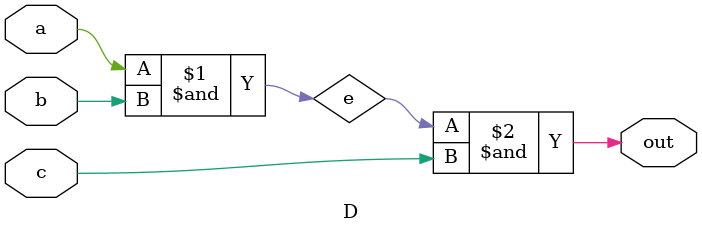
<source format=v>
module D(out, a, b, c);

    input a, b, c;
    output out;

    wire e;

    and #(5) a1(e, a, b);
    and #(4) o1(out, e, c);

endmodule       
    



</source>
